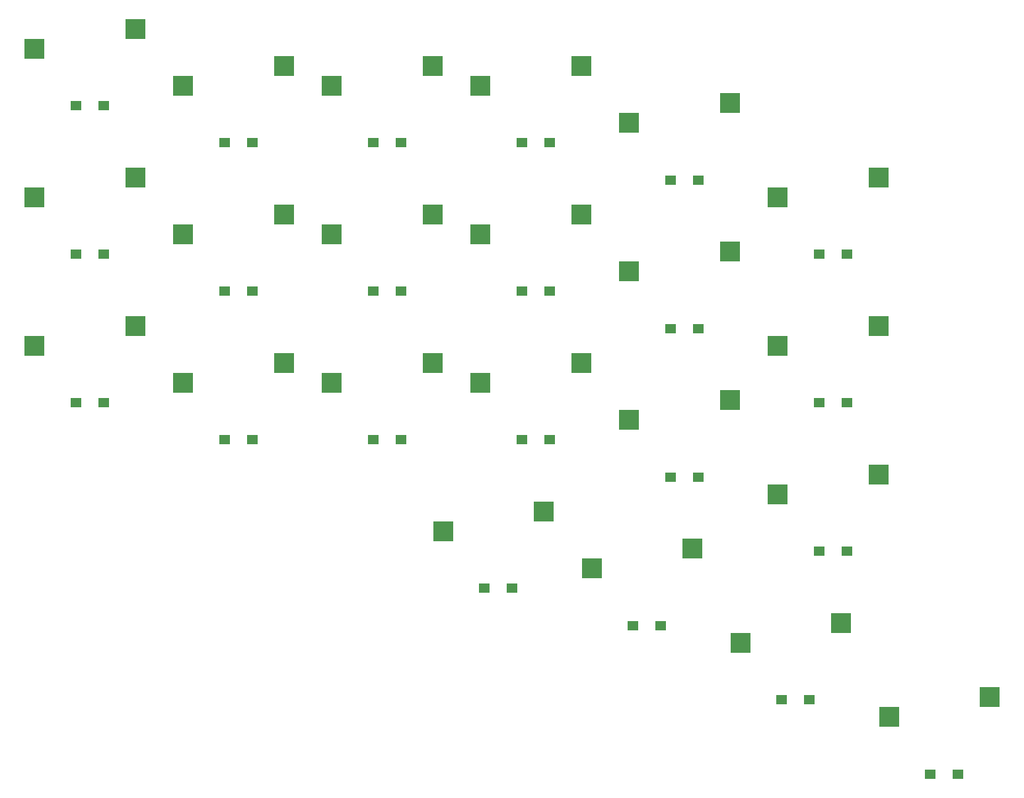
<source format=gbp>
%TF.GenerationSoftware,KiCad,Pcbnew,(7.0.0)*%
%TF.CreationDate,2023-04-23T18:46:31+09:00*%
%TF.ProjectId,mysplit44_pcb_l,6d797370-6c69-4743-9434-5f7063625f6c,rev?*%
%TF.SameCoordinates,Original*%
%TF.FileFunction,Paste,Bot*%
%TF.FilePolarity,Positive*%
%FSLAX46Y46*%
G04 Gerber Fmt 4.6, Leading zero omitted, Abs format (unit mm)*
G04 Created by KiCad (PCBNEW (7.0.0)) date 2023-04-23 18:46:31*
%MOMM*%
%LPD*%
G01*
G04 APERTURE LIST*
%ADD10R,2.550000X2.500000*%
%ADD11R,1.400000X1.300000*%
G04 APERTURE END LIST*
D10*
%TO.C,SW6*%
X116739999Y-47466249D03*
X129666999Y-44926249D03*
%TD*%
%TO.C,SW8*%
X40539999Y-52228749D03*
X53466999Y-49688749D03*
%TD*%
%TO.C,SW18*%
X116739999Y-85566249D03*
X129666999Y-83026249D03*
%TD*%
%TO.C,SW21*%
X111977499Y-104616249D03*
X124904499Y-102076249D03*
%TD*%
%TO.C,SW22*%
X131027499Y-114141249D03*
X143954499Y-111601249D03*
%TD*%
%TO.C,SW17*%
X97689999Y-76041249D03*
X110616999Y-73501249D03*
%TD*%
%TO.C,SW19*%
X73877499Y-90328749D03*
X86804499Y-87788749D03*
%TD*%
%TO.C,SW1*%
X21489999Y-28416249D03*
X34416999Y-25876249D03*
%TD*%
%TO.C,SW3*%
X59589999Y-33178749D03*
X72516999Y-30638749D03*
%TD*%
%TO.C,SW14*%
X40539999Y-71278749D03*
X53466999Y-68738749D03*
%TD*%
%TO.C,SW10*%
X78639999Y-52228749D03*
X91566999Y-49688749D03*
%TD*%
%TO.C,SW16*%
X78639999Y-71278749D03*
X91566999Y-68738749D03*
%TD*%
%TO.C,SW5*%
X97689999Y-37941249D03*
X110616999Y-35401249D03*
%TD*%
%TO.C,SW20*%
X92927499Y-95091249D03*
X105854499Y-92551249D03*
%TD*%
%TO.C,SW11*%
X97689999Y-56991249D03*
X110616999Y-54451249D03*
%TD*%
%TO.C,SW9*%
X59589999Y-52228749D03*
X72516999Y-49688749D03*
%TD*%
%TO.C,SW12*%
X116739999Y-66516249D03*
X129666999Y-63976249D03*
%TD*%
%TO.C,SW4*%
X78639999Y-33178749D03*
X91566999Y-30638749D03*
%TD*%
%TO.C,SW13*%
X21489999Y-66516249D03*
X34416999Y-63976249D03*
%TD*%
%TO.C,SW15*%
X59589999Y-71278749D03*
X72516999Y-68738749D03*
%TD*%
%TO.C,SW7*%
X21489999Y-47466249D03*
X34416999Y-44926249D03*
%TD*%
%TO.C,SW2*%
X40539999Y-33178749D03*
X53466999Y-30638749D03*
%TD*%
D11*
%TO.C,D7*%
X26799999Y-54768749D03*
X30349999Y-54768749D03*
%TD*%
%TO.C,D9*%
X64899999Y-59531249D03*
X68449999Y-59531249D03*
%TD*%
%TO.C,D4*%
X83949999Y-40481249D03*
X87499999Y-40481249D03*
%TD*%
%TO.C,D18*%
X122049999Y-92868749D03*
X125599999Y-92868749D03*
%TD*%
%TO.C,D3*%
X64899999Y-40481249D03*
X68449999Y-40481249D03*
%TD*%
%TO.C,D15*%
X64899999Y-78581249D03*
X68449999Y-78581249D03*
%TD*%
%TO.C,D16*%
X83949999Y-78581249D03*
X87499999Y-78581249D03*
%TD*%
%TO.C,D19*%
X79187499Y-97631249D03*
X82737499Y-97631249D03*
%TD*%
%TO.C,D14*%
X45849999Y-78581249D03*
X49399999Y-78581249D03*
%TD*%
%TO.C,D12*%
X122049999Y-73818749D03*
X125599999Y-73818749D03*
%TD*%
%TO.C,D17*%
X102999999Y-83343749D03*
X106549999Y-83343749D03*
%TD*%
%TO.C,D13*%
X26799999Y-73818749D03*
X30349999Y-73818749D03*
%TD*%
%TO.C,D6*%
X122049999Y-54768749D03*
X125599999Y-54768749D03*
%TD*%
%TO.C,D2*%
X45849999Y-40481249D03*
X49399999Y-40481249D03*
%TD*%
%TO.C,D20*%
X98237499Y-102393749D03*
X101787499Y-102393749D03*
%TD*%
%TO.C,D10*%
X83949999Y-59531249D03*
X87499999Y-59531249D03*
%TD*%
%TO.C,D11*%
X102999999Y-64293749D03*
X106549999Y-64293749D03*
%TD*%
%TO.C,D5*%
X102999999Y-45243749D03*
X106549999Y-45243749D03*
%TD*%
%TO.C,D8*%
X45849999Y-59531249D03*
X49399999Y-59531249D03*
%TD*%
%TO.C,D21*%
X117287499Y-111918749D03*
X120837499Y-111918749D03*
%TD*%
%TO.C,D1*%
X26799999Y-35718749D03*
X30349999Y-35718749D03*
%TD*%
%TO.C,D22*%
X136337499Y-121443749D03*
X139887499Y-121443749D03*
%TD*%
M02*

</source>
